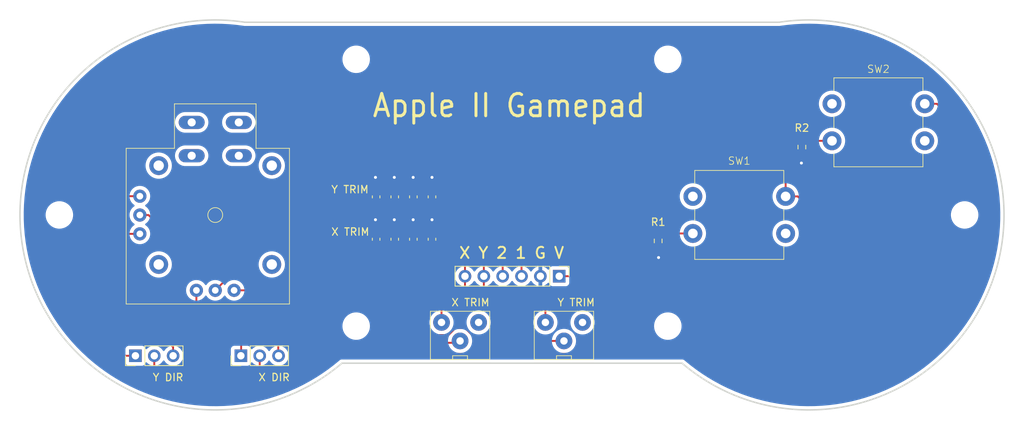
<source format=kicad_pcb>
(kicad_pcb (version 20221018) (generator pcbnew)
  (layers (0 "F.Cu" signal) (31 "B.Cu" signal) (34 "B.Paste" user) (35 "F.Paste" user) (36 "B.SilkS" user "B.Silkscreen") (37 "F.SilkS" user "F.Silkscreen") (38 "B.Mask" user) (39 "F.Mask" user) (44 "Edge.Cuts" user))
  (net 0 "")
  (net 5 "/POTX")
  (net 6 "/GND")
  (net 7 "/POTY")
  (net 8 "/5V0")
  (net 9 "/SW1")
  (net 10 "/SW2")
  (net 11 "/X1")
  (net 12 "/X3")
  (net 13 "/Y1")
  (net 14 "/Y3")
  (net 15 "Net-(RV1-Pad2)")
  (net 16 "Net-(RV2-Pad2)")
  (footprint "Connector_PinHeader_2.54mm:PinHeader_1x03_P2.54mm_Vertical" (layer "F.Cu") (at 63.46 119 90)
    (fp_text reference "J2" hide)
    (fp_text value "Conn_01x03" hide)
    (fp_line (start -1.33 -1.33) (end 0 -1.33) (stroke (width 0.12)) (layer "F.SilkS"))
    (fp_line (start -1.33 0) (end -1.33 -1.33) (stroke (width 0.12)) (layer "F.SilkS"))
    (fp_line (start -1.33 1.27) (end -1.33 6.41) (stroke (width 0.12)) (layer "F.SilkS"))
    (fp_line (start -1.33 1.27) (end 1.33 1.27) (stroke (width 0.12)) (layer "F.SilkS"))
    (fp_line (start -1.33 6.41) (end 1.33 6.41) (stroke (width 0.12)) (layer "F.SilkS"))
    (fp_line (start 1.33 1.27) (end 1.33 6.41) (stroke (width 0.12)) (layer "F.SilkS"))
    (pad "1" thru_hole rect (at 0 0 90) (size 1.7 1.7) (drill 1) (layers "*.Cu" "*.Mask") (net 11 "/X1"))
    (pad "2" thru_hole oval (at 0 2.54 90) (size 1.7 1.7) (drill 1) (layers "*.Cu" "*.Mask") (net 8 "/5V0"))
    (pad "3" thru_hole oval (at 0 5.08 90) (size 1.7 1.7) (drill 1) (layers "*.Cu" "*.Mask") (net 12 "/X3"))
  )
  (footprint "MountingHole:MountingHole_3.2mm_M3" (layer "F.Cu") (at 39 100)
    (fp_text reference "H6" hide)
    (fp_text value "MountingHole" hide)
    (pad "" np_thru_hole circle (at 0 0) (size 3.2 3.2) (drill 3.2) (layers "*.Cu" "*.Mask"))
  )
  (footprint "AAA Local Footprints:Trim_Pot_Bourns_3306W" (layer "F.Cu") (at 93 117 180)
    (fp_text reference "RV1" hide)
    (fp_text value "R_Potentiometer_US" hide)
    (fp_line (start -4 -2.5) (end -4 4) (stroke (width 0.1)) (layer "F.SilkS"))
    (fp_line (start -4 -2.5) (end 4 -2.5) (stroke (width 0.1)) (layer "F.SilkS"))
    (fp_line (start -4 4) (end 4 4) (stroke (width 0.1)) (layer "F.SilkS"))
    (fp_line (start -1 -2.5) (end -1 -2) (stroke (width 0.1)) (layer "F.SilkS"))
    (fp_line (start -1 -2) (end 1 -2) (stroke (width 0.1)) (layer "F.SilkS"))
    (fp_line (start 1 -2) (end 1 -2.5) (stroke (width 0.1)) (layer "F.SilkS"))
    (fp_line (start 4 -2.5) (end 4 4) (stroke (width 0.1)) (layer "F.SilkS"))
    (pad "1" thru_hole circle (at -2.5 2.5 180) (size 2.25 2.25) (drill 1) (layers "*.Cu" "*.Mask"))
    (pad "2" thru_hole circle (at 0 0 180) (size 2.25 2.25) (drill 1) (layers "*.Cu" "*.Mask") (net 15 "Net-(RV1-Pad2)"))
    (pad "3" thru_hole circle (at 2.5 2.5 180) (size 2.25 2.25) (drill 1) (layers "*.Cu" "*.Mask") (net 5 "/POTX"))
  )
  (footprint "Resistor_SMD:R_0603_1608Metric_Pad0.98x0.95mm_HandSolder" (layer "F.Cu") (at 139.065 90.845 90)
    (fp_text reference "R2" (at 2.58 0 180) (layer "F.SilkS"))
    (fp_text value "470" hide)
    (fp_line (start -0.254724 -0.5225) (end 0.254724 -0.5225) (stroke (width 0.12)) (layer "F.SilkS"))
    (fp_line (start -0.254724 0.5225) (end 0.254724 0.5225) (stroke (width 0.12)) (layer "F.SilkS"))
    (pad "1" smd roundrect (at -0.9125 0 90) (size 0.975 0.95) (layers "F.Cu" "F.Paste" "F.Mask") (net 6 "/GND"))
    (pad "2" smd roundrect (at 0.9125 0 90) (size 0.975 0.95) (layers "F.Cu" "F.Paste" "F.Mask") (net 10 "/SW2"))
  )
  (footprint "Capacitor_SMD:C_0603_1608Metric_Pad1.08x0.95mm_HandSolder" (layer "F.Cu") (at 89.2175 103.2775 90)
    (fp_text reference "C4" hide)
    (fp_text value "C_Small" hide)
    (fp_line (start -0.146267 -0.51) (end 0.146267 -0.51) (stroke (width 0.12)) (layer "F.SilkS"))
    (fp_line (start -0.146267 0.51) (end 0.146267 0.51) (stroke (width 0.12)) (layer "F.SilkS"))
    (pad "1" smd roundrect (at -0.8625 0 90) (size 1.075 0.95) (layers "F.Cu" "F.Paste" "F.Mask") (net 5 "/POTX"))
    (pad "2" smd roundrect (at 0.8625 0 90) (size 1.075 0.95) (layers "F.Cu" "F.Paste" "F.Mask") (net 6 "/GND"))
  )
  (footprint "MountingHole:MountingHole_3.2mm_M3" (layer "F.Cu") (at 161 100)
    (fp_text reference "H5" hide)
    (fp_text value "MountingHole" hide)
    (pad "" np_thru_hole circle (at 0 0) (size 3.2 3.2) (drill 3.2) (layers "*.Cu" "*.Mask"))
  )
  (footprint "Capacitor_SMD:C_0603_1608Metric_Pad1.08x0.95mm_HandSolder" (layer "F.Cu") (at 81.6875 103.2775 90)
    (fp_text reference "C1" hide)
    (fp_text value "C_Small" hide)
    (fp_line (start -0.146267 -0.51) (end 0.146267 -0.51) (stroke (width 0.12)) (layer "F.SilkS"))
    (fp_line (start -0.146267 0.51) (end 0.146267 0.51) (stroke (width 0.12)) (layer "F.SilkS"))
    (pad "1" smd roundrect (at -0.8625 0 90) (size 1.075 0.95) (layers "F.Cu" "F.Paste" "F.Mask") (net 5 "/POTX"))
    (pad "2" smd roundrect (at 0.8625 0 90) (size 1.075 0.95) (layers "F.Cu" "F.Paste" "F.Mask") (net 6 "/GND"))
  )
  (footprint "Capacitor_SMD:C_0603_1608Metric_Pad1.08x0.95mm_HandSolder" (layer "F.Cu") (at 86.7075 103.2775 90)
    (fp_text reference "C3" hide)
    (fp_text value "C_Small" hide)
    (fp_line (start -0.146267 -0.51) (end 0.146267 -0.51) (stroke (width 0.12)) (layer "F.SilkS"))
    (fp_line (start -0.146267 0.51) (end 0.146267 0.51) (stroke (width 0.12)) (layer "F.SilkS"))
    (pad "1" smd roundrect (at -0.8625 0 90) (size 1.075 0.95) (layers "F.Cu" "F.Paste" "F.Mask") (net 5 "/POTX"))
    (pad "2" smd roundrect (at 0.8625 0 90) (size 1.075 0.95) (layers "F.Cu" "F.Paste" "F.Mask") (net 6 "/GND"))
  )
  (footprint "AAA Local Footprints:Tact_Switch_CUI_TS13" (layer "F.Cu") (at 130.625 100)
    (fp_text reference "SW1" (at 0 -7.29 unlocked) (layer "F.SilkS") (effects (font (thickness 0.1))))
    (fp_text value "SW_Push" hide)
    (fp_line (start -6 -6) (end -6 -4.25) (stroke (width 0.1)) (layer "F.SilkS"))
    (fp_line (start -6 -6) (end 6 -6) (stroke (width 0.1)) (layer "F.SilkS"))
    (fp_line (start -6 -0.75) (end -6 0.75) (stroke (width 0.1)) (layer "F.SilkS"))
    (fp_line (start -6 6) (end -6 4.25) (stroke (width 0.1)) (layer "F.SilkS"))
    (fp_line (start -6 6) (end 6 6) (stroke (width 0.1)) (layer "F.SilkS"))
    (fp_line (start 6 -6) (end 6 -4.25) (stroke (width 0.1)) (layer "F.SilkS"))
    (fp_line (start 6 -0.75) (end 6 0.75) (stroke (width 0.1)) (layer "F.SilkS"))
    (fp_line (start 6 6) (end 6 4.25) (stroke (width 0.1)) (layer "F.SilkS"))
    (pad "1" thru_hole circle (at -6.25 -2.5) (size 2.54 2.54) (drill 1.3) (layers "*.Cu" "*.Mask") (net 8 "/5V0"))
    (pad "1" thru_hole circle (at 6.25 -2.5) (size 2.54 2.54) (drill 1.3) (layers "*.Cu" "*.Mask") (net 8 "/5V0"))
    (pad "2" thru_hole circle (at -6.25 2.5) (size 2.54 2.54) (drill 1.3) (layers "*.Cu" "*.Mask") (net 9 "/SW1"))
    (pad "2" thru_hole circle (at 6.25 2.5) (size 2.54 2.54) (drill 1.3) (layers "*.Cu" "*.Mask") (net 9 "/SW1"))
  )
  (footprint "Capacitor_SMD:C_0603_1608Metric_Pad1.08x0.95mm_HandSolder" (layer "F.Cu") (at 84.1975 103.2775 90)
    (fp_text reference "C2" hide)
    (fp_text value "C_Small" hide)
    (fp_line (start -0.146267 -0.51) (end 0.146267 -0.51) (stroke (width 0.12)) (layer "F.SilkS"))
    (fp_line (start -0.146267 0.51) (end 0.146267 0.51) (stroke (width 0.12)) (layer "F.SilkS"))
    (pad "1" smd roundrect (at -0.8625 0 90) (size 1.075 0.95) (layers "F.Cu" "F.Paste" "F.Mask") (net 5 "/POTX"))
    (pad "2" smd roundrect (at 0.8625 0 90) (size 1.075 0.95) (layers "F.Cu" "F.Paste" "F.Mask") (net 6 "/GND"))
  )
  (footprint "AAA Local Footprints:Thumbstick" (layer "F.Cu") (at 60.0075 100.0125)
    (fp_text reference "U1" hide)
    (fp_text value "~" hide)
    (fp_line (start -12 -9) (end -5.5 -9) (stroke (width 0.1)) (layer "F.SilkS"))
    (fp_line (start -12 12) (end -12 -9) (stroke (width 0.1)) (layer "F.SilkS"))
    (fp_line (start -5.5 -15) (end 5.5 -15) (stroke (width 0.1)) (layer "F.SilkS"))
    (fp_line (start -5.5 -9) (end -5.5 -15) (stroke (width 0.1)) (layer "F.SilkS"))
    (fp_line (start 5.5 -15) (end 5.5 -9) (stroke (width 0.1)) (layer "F.SilkS"))
    (fp_line (start 5.5 -9) (end 10 -9) (stroke (width 0.1)) (layer "F.SilkS"))
    (fp_line (start 10 -9) (end 10 12) (stroke (width 0.1)) (layer "F.SilkS"))
    (fp_line (start 10 12) (end -12 12) (stroke (width 0.1)) (layer "F.SilkS"))
    (fp_circle (center 0 0) (end 1 0) (stroke (width 0.1)) (fill none) (layer "F.SilkS"))
    (pad "H1" thru_hole circle (at -7.62 -6.6675) (size 2.54 2.54) (drill 1.4) (layers "*.Cu" "*.Mask"))
    (pad "H2" thru_hole circle (at -7.62 6.6675) (size 2.54 2.54) (drill 1.4) (layers "*.Cu" "*.Mask"))
    (pad "H3" thru_hole circle (at 7.62 6.6675) (size 2.54 2.54) (drill 1.4) (layers "*.Cu" "*.Mask"))
    (pad "H4" thru_hole circle (at 7.62 -6.6675) (size 2.54 2.54) (drill 1.4) (layers "*.Cu" "*.Mask"))
    (pad "S1" thru_hole oval (at -3.175 -12.5) (size 3.5 1.78) (drill 1.1) (layers "*.Cu" "*.Mask"))
    (pad "S1" thru_hole oval (at 3.175 -12.5) (size 3.5 1.78) (drill 1.1) (layers "*.Cu" "*.Mask"))
    (pad "S2" thru_hole oval (at -3.175 -8) (size 3.5 1.78) (drill 1.1) (layers "*.Cu" "*.Mask"))
    (pad "S2" thru_hole oval (at 3.175 -8) (size 3.5 1.78) (drill 1.1) (layers "*.Cu" "*.Mask"))
    (pad "X1" thru_hole circle (at -2.54 10.16) (size 1.78 1.78) (drill 0.9) (layers "*.Cu" "*.Mask") (net 11 "/X1"))
    (pad "X2" thru_hole circle (at 0 10.16) (size 1.78 1.78) (drill 0.9) (layers "*.Cu" "*.Mask") (net 15 "Net-(RV1-Pad2)"))
    (pad "X3" thru_hole circle (at 2.54 10.16) (size 1.78 1.78) (drill 0.9) (layers "*.Cu" "*.Mask") (net 12 "/X3"))
    (pad "Y1" thru_hole circle (at -10.16 -2.54) (size 1.78 1.78) (drill 0.9) (layers "*.Cu" "*.Mask") (net 13 "/Y1"))
    (pad "Y2" thru_hole circle (at -10.16 0) (size 1.78 1.78) (drill 0.9) (layers "*.Cu" "*.Mask") (net 16 "Net-(RV2-Pad2)"))
    (pad "Y3" thru_hole circle (at -10.16 2.54) (size 1.78 1.78) (drill 0.9) (layers "*.Cu" "*.Mask") (net 14 "/Y3"))
  )
  (footprint "AAA Local Footprints:Tact_Switch_CUI_TS13" (layer "F.Cu") (at 149.375 87.5)
    (fp_text reference "SW2" (at 0 -7.1725 unlocked) (layer "F.SilkS") (effects (font (thickness 0.1))))
    (fp_text value "SW_Push" hide)
    (fp_line (start -6 -6) (end -6 -4.25) (stroke (width 0.1)) (layer "F.SilkS"))
    (fp_line (start -6 -6) (end 6 -6) (stroke (width 0.1)) (layer "F.SilkS"))
    (fp_line (start -6 -0.75) (end -6 0.75) (stroke (width 0.1)) (layer "F.SilkS"))
    (fp_line (start -6 6) (end -6 4.25) (stroke (width 0.1)) (layer "F.SilkS"))
    (fp_line (start -6 6) (end 6 6) (stroke (width 0.1)) (layer "F.SilkS"))
    (fp_line (start 6 -6) (end 6 -4.25) (stroke (width 0.1)) (layer "F.SilkS"))
    (fp_line (start 6 -0.75) (end 6 0.75) (stroke (width 0.1)) (layer "F.SilkS"))
    (fp_line (start 6 6) (end 6 4.25) (stroke (width 0.1)) (layer "F.SilkS"))
    (pad "1" thru_hole circle (at -6.25 -2.5) (size 2.54 2.54) (drill 1.3) (layers "*.Cu" "*.Mask") (net 8 "/5V0"))
    (pad "1" thru_hole circle (at 6.25 -2.5) (size 2.54 2.54) (drill 1.3) (layers "*.Cu" "*.Mask") (net 8 "/5V0"))
    (pad "2" thru_hole circle (at -6.25 2.5) (size 2.54 2.54) (drill 1.3) (layers "*.Cu" "*.Mask") (net 10 "/SW2"))
    (pad "2" thru_hole circle (at 6.25 2.5) (size 2.54 2.54) (drill 1.3) (layers "*.Cu" "*.Mask") (net 10 "/SW2"))
  )
  (footprint "Connector_PinHeader_2.54mm:PinHeader_1x06_P2.54mm_Vertical" (layer "F.Cu") (at 106.3625 108.2675 -90)
    (fp_text reference "J1" hide)
    (fp_text value "Conn_01x06" hide)
    (fp_line (start -1.33 -1.33) (end 0 -1.33) (stroke (width 0.12)) (layer "F.SilkS"))
    (fp_line (start -1.33 0) (end -1.33 -1.33) (stroke (width 0.12)) (layer "F.SilkS"))
    (fp_line (start -1.33 1.27) (end -1.33 14.03) (stroke (width 0.12)) (layer "F.SilkS"))
    (fp_line (start -1.33 1.27) (end 1.33 1.27) (stroke (width 0.12)) (layer "F.SilkS"))
    (fp_line (start -1.33 14.03) (end 1.33 14.03) (stroke (width 0.12)) (layer "F.SilkS"))
    (fp_line (start 1.33 1.27) (end 1.33 14.03) (stroke (width 0.12)) (layer "F.SilkS"))
    (pad "1" thru_hole rect (at 0 0 270) (size 1.7 1.7) (drill 1) (layers "*.Cu" "*.Mask") (net 8 "/5V0"))
    (pad "2" thru_hole oval (at 0 2.54 270) (size 1.7 1.7) (drill 1) (layers "*.Cu" "*.Mask") (net 6 "/GND"))
    (pad "3" thru_hole oval (at 0 5.08 270) (size 1.7 1.7) (drill 1) (layers "*.Cu" "*.Mask") (net 9 "/SW1"))
    (pad "4" thru_hole oval (at 0 7.62 270) (size 1.7 1.7) (drill 1) (layers "*.Cu" "*.Mask") (net 10 "/SW2"))
    (pad "5" thru_hole oval (at 0 10.16 270) (size 1.7 1.7) (drill 1) (layers "*.Cu" "*.Mask") (net 7 "/POTY"))
    (pad "6" thru_hole oval (at 0 12.7 270) (size 1.7 1.7) (drill 1) (layers "*.Cu" "*.Mask") (net 5 "/POTX"))
  )
  (footprint "Capacitor_SMD:C_0603_1608Metric_Pad1.08x0.95mm_HandSolder" (layer "F.Cu") (at 89.2175 97.5625 90)
    (fp_text reference "C8" hide)
    (fp_text value "C_Small" hide)
    (fp_line (start -0.146267 -0.51) (end 0.146267 -0.51) (stroke (width 0.12)) (layer "F.SilkS"))
    (fp_line (start -0.146267 0.51) (end 0.146267 0.51) (stroke (width 0.12)) (layer "F.SilkS"))
    (pad "1" smd roundrect (at -0.8625 0 90) (size 1.075 0.95) (layers "F.Cu" "F.Paste" "F.Mask") (net 7 "/POTY"))
    (pad "2" smd roundrect (at 0.8625 0 90) (size 1.075 0.95) (layers "F.Cu" "F.Paste" "F.Mask") (net 6 "/GND"))
  )
  (footprint "MountingHole:MountingHole_3.2mm_M3" (layer "F.Cu") (at 79 79)
    (fp_text reference "H1" hide)
    (fp_text value "MountingHole" hide)
    (pad "" np_thru_hole circle (at 0 0) (size 3.2 3.2) (drill 3.2) (layers "*.Cu" "*.Mask"))
  )
  (footprint "Capacitor_SMD:C_0603_1608Metric_Pad1.08x0.95mm_HandSolder" (layer "F.Cu") (at 86.7075 97.5625 90)
    (fp_text reference "C7" hide)
    (fp_text value "C_Small" hide)
    (fp_line (start -0.146267 -0.51) (end 0.146267 -0.51) (stroke (width 0.12)) (layer "F.SilkS"))
    (fp_line (start -0.146267 0.51) (end 0.146267 0.51) (stroke (width 0.12)) (layer "F.SilkS"))
    (pad "1" smd roundrect (at -0.8625 0 90) (size 1.075 0.95) (layers "F.Cu" "F.Paste" "F.Mask") (net 7 "/POTY"))
    (pad "2" smd roundrect (at 0.8625 0 90) (size 1.075 0.95) (layers "F.Cu" "F.Paste" "F.Mask") (net 6 "/GND"))
  )
  (footprint "MountingHole:MountingHole_3.2mm_M3" (layer "F.Cu") (at 121 79)
    (fp_text reference "H2" hide)
    (fp_text value "MountingHole" hide)
    (pad "" np_thru_hole circle (at 0 0) (size 3.2 3.2) (drill 3.2) (layers "*.Cu" "*.Mask"))
  )
  (footprint "Resistor_SMD:R_0603_1608Metric_Pad0.98x0.95mm_HandSolder" (layer "F.Cu") (at 119.6975 103.505 -90)
    (fp_text reference "R1" (at -2.54 0 -180) (layer "F.SilkS"))
    (fp_text value "470" hide)
    (fp_line (start -0.254724 -0.5225) (end 0.254724 -0.5225) (stroke (width 0.12)) (layer "F.SilkS"))
    (fp_line (start -0.254724 0.5225) (end 0.254724 0.5225) (stroke (width 0.12)) (layer "F.SilkS"))
    (pad "1" smd roundrect (at -0.9125 0 270) (size 0.975 0.95) (layers "F.Cu" "F.Paste" "F.Mask") (net 9 "/SW1"))
    (pad "2" smd roundrect (at 0.9125 0 270) (size 0.975 0.95) (layers "F.Cu" "F.Paste" "F.Mask") (net 6 "/GND"))
  )
  (footprint "Capacitor_SMD:C_0603_1608Metric_Pad1.08x0.95mm_HandSolder" (layer "F.Cu") (at 84.1975 97.5625 90)
    (fp_text reference "C6" hide)
    (fp_text value "C_Small" hide)
    (fp_line (start -0.146267 -0.51) (end 0.146267 -0.51) (stroke (width 0.12)) (layer "F.SilkS"))
    (fp_line (start -0.146267 0.51) (end 0.146267 0.51) (stroke (width 0.12)) (layer "F.SilkS"))
    (pad "1" smd roundrect (at -0.8625 0 90) (size 1.075 0.95) (layers "F.Cu" "F.Paste" "F.Mask") (net 7 "/POTY"))
    (pad "2" smd roundrect (at 0.8625 0 90) (size 1.075 0.95) (layers "F.Cu" "F.Paste" "F.Mask") (net 6 "/GND"))
  )
  (footprint "Capacitor_SMD:C_0603_1608Metric_Pad1.08x0.95mm_HandSolder" (layer "F.Cu") (at 81.6875 97.5625 90)
    (fp_text reference "C5" hide)
    (fp_text value "C_Small" hide)
    (fp_line (start -0.146267 -0.51) (end 0.146267 -0.51) (stroke (width 0.12)) (layer "F.SilkS"))
    (fp_line (start -0.146267 0.51) (end 0.146267 0.51) (stroke (width 0.12)) (layer "F.SilkS"))
    (pad "1" smd roundrect (at -0.8625 0 90) (size 1.075 0.95) (layers "F.Cu" "F.Paste" "F.Mask") (net 7 "/POTY"))
    (pad "2" smd roundrect (at 0.8625 0 90) (size 1.075 0.95) (layers "F.Cu" "F.Paste" "F.Mask") (net 6 "/GND"))
  )
  (footprint "MountingHole:MountingHole_3.2mm_M3" (layer "F.Cu") (at 79 115)
    (fp_text reference "H3" hide)
    (fp_text value "MountingHole" hide)
    (pad "" np_thru_hole circle (at 0 0) (size 3.2 3.2) (drill 3.2) (layers "*.Cu" "*.Mask"))
  )
  (footprint "Connector_PinHeader_2.54mm:PinHeader_1x03_P2.54mm_Vertical" (layer "F.Cu") (at 49.25 119 90)
    (fp_text reference "J3" hide)
    (fp_text value "Conn_01x03" hide)
    (fp_line (start -1.33 -1.33) (end 0 -1.33) (stroke (width 0.12)) (layer "F.SilkS"))
    (fp_line (start -1.33 0) (end -1.33 -1.33) (stroke (width 0.12)) (layer "F.SilkS"))
    (fp_line (start -1.33 1.27) (end -1.33 6.41) (stroke (width 0.12)) (layer "F.SilkS"))
    (fp_line (start -1.33 1.27) (end 1.33 1.27) (stroke (width 0.12)) (layer "F.SilkS"))
    (fp_line (start -1.33 6.41) (end 1.33 6.41) (stroke (width 0.12)) (layer "F.SilkS"))
    (fp_line (start 1.33 1.27) (end 1.33 6.41) (stroke (width 0.12)) (layer "F.SilkS"))
    (pad "1" thru_hole rect (at 0 0 90) (size 1.7 1.7) (drill 1) (layers "*.Cu" "*.Mask") (net 13 "/Y1"))
    (pad "2" thru_hole oval (at 0 2.54 90) (size 1.7 1.7) (drill 1) (layers "*.Cu" "*.Mask") (net 8 "/5V0"))
    (pad "3" thru_hole oval (at 0 5.08 90) (size 1.7 1.7) (drill 1) (layers "*.Cu" "*.Mask") (net 14 "/Y3"))
  )
  (footprint "MountingHole:MountingHole_3.2mm_M3" (layer "F.Cu") (at 121 115)
    (fp_text reference "H4" hide)
    (fp_text value "MountingHole" hide)
    (pad "" np_thru_hole circle (at 0 0) (size 3.2 3.2) (drill 3.2) (layers "*.Cu" "*.Mask"))
  )
  (footprint "AAA Local Footprints:Trim_Pot_Bourns_3306W" (layer "F.Cu") (at 107 117 180)
    (fp_text reference "RV2" hide)
    (fp_text value "R_Potentiometer_US" hide)
    (fp_line (start -4 -2.5) (end -4 4) (stroke (width 0.1)) (layer "F.SilkS"))
    (fp_line (start -4 -2.5) (end 4 -2.5) (stroke (width 0.1)) (layer "F.SilkS"))
    (fp_line (start -4 4) (end 4 4) (stroke (width 0.1)) (layer "F.SilkS"))
    (fp_line (start -1 -2.5) (end -1 -2) (stroke (width 0.1)) (layer "F.SilkS"))
    (fp_line (start -1 -2) (end 1 -2) (stroke (width 0.1)) (layer "F.SilkS"))
    (fp_line (start 1 -2) (end 1 -2.5) (stroke (width 0.1)) (layer "F.SilkS"))
    (fp_line (start 4 -2.5) (end 4 4) (stroke (width 0.1)) (layer "F.SilkS"))
    (pad "1" thru_hole circle (at -2.5 2.5 180) (size 2.25 2.25) (drill 1) (layers "*.Cu" "*.Mask"))
    (pad "2" thru_hole circle (at 0 0 180) (size 2.25 2.25) (drill 1) (layers "*.Cu" "*.Mask") (net 16 "Net-(RV2-Pad2)"))
    (pad "3" thru_hole circle (at 2.5 2.5 180) (size 2.25 2.25) (drill 1) (layers "*.Cu" "*.Mask") (net 7 "/POTY"))
  )
  (gr_line (start 77.088 120) (end 122.912 120) (stroke (width 0.2)) (layer "Edge.Cuts"))
  (gr_arc (start 135.999982 73.999996) (mid 165.301708 107.198884) (end 122.911984 120.000002) (stroke (width 0.2)) (layer "Edge.Cuts"))
  (gr_arc (start 77.088155 119.999883) (mid 34.698317 107.198972) (end 64.000018 73.999996) (stroke (width 0.2)) (layer "Edge.Cuts"))
  (gr_line (start 64 74) (end 136 74) (stroke (width 0.2)) (layer "Edge.Cuts"))
  (gr_text "Apple II Gamepad" (at 81 87) (layer "F.SilkS") (effects (font (size 3 2.75) (thickness 0.4)) (justify left bottom)))
  (gr_text "Y TRIM" (at 106.045 112.395) (layer "F.SilkS") (effects (font (size 1 1)) (justify left bottom)))
  (gr_text "Y DIR" (at 51.5 122.5) (layer "F.SilkS") (effects (font (size 1 1)) (justify left bottom)))
  (gr_text "Y TRIM" (at 75.565 97.155) (layer "F.SilkS") (effects (font (size 1 1)) (justify left bottom)))
  (gr_text "X TRIM" (at 91.7575 112.395) (layer "F.SilkS") (effects (font (size 1 1)) (justify left bottom)))
  (gr_text "X DIR" (at 65.75 122.5) (layer "F.SilkS") (effects (font (size 1 1)) (justify left bottom)))
  (gr_text "X TRIM" (at 75.565 102.87) (layer "F.SilkS") (effects (font (size 1 1)) (justify left bottom)))
  (gr_text "X Y 2 1 G V" (at 92.75 106) (layer "F.SilkS") (effects (font (size 1.5 1.5) (thickness 0.25) bold) (justify left bottom)))
  (segment (start 90.5 114.5) (end 90.5 111.43) (width 0.25) (layer "F.Cu") (net 5))
  (segment (start 89.2175 104.14) (end 93.0275 104.14) (width 0.25) (layer "F.Cu") (net 5))
  (segment (start 93.0275 104.14) (end 93.6625 104.775) (width 0.25) (layer "F.Cu") (net 5))
  (segment (start 90.5 111.43) (end 91.1225 110.8075) (width 0.25) (layer "F.Cu") (net 5))
  (segment (start 93.6625 110.1725) (end 93.6625 108.2675) (width 0.25) (layer "F.Cu") (net 5))
  (segment (start 93.0275 110.8075) (end 93.6625 110.1725) (width 0.25) (layer "F.Cu") (net 5))
  (segment (start 86.7075 104.14) (end 89.2175 104.14) (width 0.25) (layer "F.Cu") (net 5))
  (segment (start 93.6625 104.775) (end 93.6625 108.2675) (width 0.25) (layer "F.Cu") (net 5))
  (segment (start 91.1225 110.8075) (end 93.0275 110.8075) (width 0.25) (layer "F.Cu") (net 5))
  (segment (start 84.1975 104.14) (end 86.7075 104.14) (width 0.25) (layer "F.Cu") (net 5))
  (segment (start 81.6875 104.14) (end 84.1975 104.14) (width 0.25) (layer "F.Cu") (net 5))
  (segment (start 84.1975 100.7075) (end 84.1375 100.6475) (width 0.25) (layer "F.Cu") (net 6))
  (segment (start 84.1975 96.7) (end 84.1975 94.9925) (width 0.25) (layer "F.Cu") (net 6))
  (segment (start 89.2175 102.415) (end 89.2175 100.6475) (width 0.25) (layer "F.Cu") (net 6))
  (segment (start 139.065 92.935) (end 139 93) (width 0.25) (layer "F.Cu") (net 6))
  (segment (start 84.1975 94.9925) (end 84.1375 94.9325) (width 0.25) (layer "F.Cu") (net 6))
  (segment (start 86.7075 102.415) (end 86.7075 100.6775) (width 0.25) (layer "F.Cu") (net 6))
  (segment (start 119.6975 104.4175) (end 119.6975 105.6975) (width 0.25) (layer "F.Cu") (net 6))
  (segment (start 119.6975 105.6975) (end 119.75 105.75) (width 0.25) (layer "F.Cu") (net 6))
  (segment (start 139.065 91.7575) (end 139.065 92.935) (width 0.25) (layer "F.Cu") (net 6))
  (segment (start 81.6875 100.7375) (end 81.5975 100.6475) (width 0.25) (layer "F.Cu") (net 6))
  (segment (start 81.6875 96.7) (end 81.6875 95.0225) (width 0.25) (layer "F.Cu") (net 6))
  (segment (start 81.6875 102.415) (end 81.6875 100.7375) (width 0.25) (layer "F.Cu") (net 6))
  (segment (start 81.6875 95.0225) (end 81.5975 94.9325) (width 0.25) (layer "F.Cu") (net 6))
  (segment (start 84.1975 102.415) (end 84.1975 100.7075) (width 0.25) (layer "F.Cu") (net 6))
  (segment (start 86.7075 94.9625) (end 86.6775 94.9325) (width 0.25) (layer "F.Cu") (net 6))
  (segment (start 86.7075 96.7) (end 86.7075 94.9625) (width 0.25) (layer "F.Cu") (net 6))
  (segment (start 86.7075 100.6775) (end 86.6775 100.6475) (width 0.25) (layer "F.Cu") (net 6))
  (segment (start 89.2175 96.7) (end 89.2175 94.9325) (width 0.25) (layer "F.Cu") (net 6))
  (via (at 89.2175 94.9325) (size 0.8) (drill 0.4) (layers "F.Cu" "B.Cu") (net 6))
  (via (at 81.5975 100.6475) (size 0.8) (drill 0.4) (layers "F.Cu" "B.Cu") (net 6))
  (via (at 86.6775 94.9325) (size 0.8) (drill 0.4) (layers "F.Cu" "B.Cu") (net 6))
  (via (at 84.1375 94.9325) (size 0.8) (drill 0.4) (layers "F.Cu" "B.Cu") (net 6))
  (via (at 86.6775 100.6475) (size 0.8) (drill 0.4) (layers "F.Cu" "B.Cu") (net 6))
  (via (at 89.2175 100.6475) (size 0.8) (drill 0.4) (layers "F.Cu" "B.Cu") (net 6))
  (via (at 84.1375 100.6475) (size 0.8) (drill 0.4) (layers "F.Cu" "B.Cu") (net 6))
  (via (at 119.75 105.75) (size 0.8) (drill 0.4) (layers "F.Cu" "B.Cu") (net 6))
  (via (at 81.5975 94.9325) (size 0.8) (drill 0.4) (layers "F.Cu" "B.Cu") (net 6))
  (via (at 139 93) (size 0.8) (drill 0.4) (layers "F.Cu" "B.Cu") (net 6))
  (segment (start 95.5675 98.425) (end 96.2025 99.06) (width 0.25) (layer "F.Cu") (net 7))
  (segment (start 96.8375 110.8075) (end 103.8225 110.8075) (width 0.25) (layer "F.Cu") (net 7))
  (segment (start 96.2025 110.1725) (end 96.8375 110.8075) (width 0.25) (layer "F.Cu") (net 7))
  (segment (start 86.7075 98.425) (end 89.2175 98.425) (width 0.25) (layer "F.Cu") (net 7))
  (segment (start 81.6875 98.425) (end 84.1975 98.425) (width 0.25) (layer "F.Cu") (net 7))
  (segment (start 103.8225 110.8075) (end 104.5 111.485) (width 0.25) (layer "F.Cu") (net 7))
  (segment (start 104.5 111.485) (end 104.5 114.5) (width 0.25) (layer "F.Cu") (net 7))
  (segment (start 96.2025 108.2675) (end 96.2025 110.1725) (width 0.25) (layer "F.Cu") (net 7))
  (segment (start 89.2175 98.425) (end 95.5675 98.425) (width 0.25) (layer "F.Cu") (net 7))
  (segment (start 96.2025 99.06) (end 96.2025 108.2675) (width 0.25) (layer "F.Cu") (net 7))
  (segment (start 84.1975 98.425) (end 86.7075 98.425) (width 0.25) (layer "F.Cu") (net 7))
  (segment (start 51.79 119) (end 51.79 120.29) (width 0.25) (layer "F.Cu") (net 8))
  (segment (start 138.2325 108.2675) (end 139.25 107.25) (width 0.25) (layer "F.Cu") (net 8))
  (segment (start 84.7725 116.2725) (end 87.245 118.745) (width 0.25) (layer "F.Cu") (net 8))
  (segment (start 72.75 120.75) (end 73.3425 120.1575) (width 0.25) (layer "F.Cu") (net 8))
  (segment (start 81.915 109.5375) (end 84.7725 112.395) (width 0.25) (layer "F.Cu") (net 8))
  (segment (start 138.5 97.5) (end 136.875 97.5) (width 0.25) (layer "F.Cu") (net 8))
  (segment (start 139.25 107.25) (end 139.25 98.25) (width 0.25) (layer "F.Cu") (net 8))
  (segment (start 111.4425 108.2675) (end 138.2325 108.2675) (width 0.25) (layer "F.Cu") (net 8))
  (segment (start 73.3425 112.7125) (end 76.5175 109.5375) (width 0.25) (layer "F.Cu") (net 8))
  (segment (start 84.7725 112.395) (end 84.7725 116.2725) (width 0.25) (layer "F.Cu") (net 8))
  (segment (start 158.25 93.5) (end 157.25 94.5) (width 0.25) (layer "F.Cu") (net 8))
  (segment (start 112 108.2675) (end 111.4425 108.2675) (width 0.25) (layer "F.Cu") (net 8))
  (segment (start 66 119) (end 66 120.75) (width 0.25) (layer "F.Cu") (net 8))
  (segment (start 157.25 85) (end 158.25 86) (width 0.25) (layer "F.Cu") (net 8))
  (segment (start 73.3425 120.1575) (end 73.3425 112.7125) (width 0.25) (layer "F.Cu") (net 8))
  (segment (start 139.25 98.25) (end 138.5 97.5) (width 0.25) (layer "F.Cu") (net 8))
  (segment (start 66 120.75) (end 72.75 120.75) (width 0.25) (layer "F.Cu") (net 8))
  (segment (start 112.0775 117.9225) (end 112.0775 108.345) (width 0.25) (layer "F.Cu") (net 8))
  (segment (start 111.4425 108.2675) (end 106.3625 108.2675) (width 0.25) (layer "F.Cu") (net 8))
  (segment (start 155.625 85) (end 157.25 85) (width 0.25) (layer "F.Cu") (net 8))
  (segment (start 112.0775 108.345) (end 112 108.2675) (width 0.25) (layer "F.Cu") (net 8))
  (segment (start 87.245 118.745) (end 111.255 118.745) (width 0.25) (layer "F.Cu") (net 8))
  (segment (start 136.875 95.375) (end 136.875 97.5) (width 0.25) (layer "F.Cu") (net 8))
  (segment (start 158.25 86) (end 158.25 93.5) (width 0.25) (layer "F.Cu") (net 8))
  (segment (start 137.75 94.5) (end 136.875 95.375) (width 0.25) (layer "F.Cu") (net 8))
  (segment (start 51.79 120.29) (end 52.25 120.75) (width 0.25) (layer "F.Cu") (net 8))
  (segment (start 111.255 118.745) (end 112.0775 117.9225) (width 0.25) (layer "F.Cu") (net 8))
  (segment (start 52.25 120.75) (end 66 120.75) (width 0.25) (layer "F.Cu") (net 8))
  (segment (start 76.5175 109.5375) (end 81.915 109.5375) (width 0.25) (layer "F.Cu") (net 8))
  (segment (start 157.25 94.5) (end 137.75 94.5) (width 0.25) (layer "F.Cu") (net 8))
  (segment (start 101.2825 108.2675) (end 101.2825 103.1875) (width 0.25) (layer "F.Cu") (net 9))
  (segment (start 101.2825 103.1875) (end 101.97 102.5) (width 0.25) (layer "F.Cu") (net 9))
  (segment (start 101.97 102.5) (end 124.375 102.5) (width 0.25) (layer "F.Cu") (net 9))
  (segment (start 99.70625 90) (end 143.125 90) (width 0.25) (layer "F.Cu") (net 10))
  (segment (start 98.7425 90.96375) (end 99.70625 90) (width 0.25) (layer "F.Cu") (net 10))
  (segment (start 98.7425 108.2675) (end 98.7425 90.96375) (width 0.25) (layer "F.Cu") (net 10))
  (segment (start 63.5 112.75) (end 63.5 118.96) (width 0.25) (layer "F.Cu") (net 11))
  (segment (start 57.4675 110.1725) (end 57.4675 111.7175) (width 0.25) (layer "F.Cu") (net 11))
  (segment (start 57.4675 111.7175) (end 58 112.25) (width 0.25) (layer "F.Cu") (net 11))
  (segment (start 63.5 118.96) (end 63.46 119) (width 0.25) (layer "F.Cu") (net 11))
  (segment (start 58 112.25) (end 63 112.25) (width 0.25) (layer "F.Cu") (net 11))
  (segment (start 63 112.25) (end 63.5 112.75) (width 0.25) (layer "F.Cu") (net 11))
  (segment (start 68.5 110.75) (end 68.5 118.96) (width 0.25) (layer "F.Cu") (net 12))
  (segment (start 62.5475 110.1725) (end 67.9225 110.1725) (width 0.25) (layer "F.Cu") (net 12))
  (segment (start 67.9225 110.1725) (end 68.5 110.75) (width 0.25) (layer "F.Cu") (net 12))
  (segment (start 68.5 118.96) (end 68.54 119) (width 0.25) (layer "F.Cu") (net 12))
  (segment (start 46 117.75) (end 46 98.25) (width 0.25) (layer "F.Cu") (net 13))
  (segment (start 49.25 119) (end 47.25 119) (width 0.25) (layer "F.Cu") (net 13))
  (segment (start 47.25 119) (end 46 117.75) (width 0.25) (layer "F.Cu") (net 13))
  (segment (start 46 98.25) (end 46.7775 97.4725) (width 0.25) (layer "F.Cu") (net 13))
  (segment (start 46.7775 97.4725) (end 49.8475 97.4725) (width 0.25) (layer "F.Cu") (net 13))
  (segment (start 54.33 119) (end 54.33 117.83) (width 0.25) (layer "F.Cu") (net 14))
  (segment (start 47 103.25) (end 47.6975 102.5525) (width 0.25) (layer "F.Cu") (net 14))
  (segment (start 47.6975 102.5525) (end 49.8475 102.5525) (width 0.25) (layer "F.Cu") (net 14))
  (segment (start 53.75 117.25) (end 47.5 117.25) (width 0.25) (layer "F.Cu") (net 14))
  (segment (start 47 116.75) (end 47 103.25) (width 0.25) (layer "F.Cu") (net 14))
  (segment (start 54.33 117.83) (end 53.75 117.25) (width 0.25) (layer "F.Cu") (net 14))
  (segment (start 47.5 117.25) (end 47 116.75) (width 0.25) (layer "F.Cu") (net 14))
  (segment (start 92.75 117.25) (end 93 117) (width 0.25) (layer "F.Cu") (net 15))
  (segment (start 75.5 108.585) (end 82.55 108.585) (width 0.25) (layer "F.Cu") (net 15))
  (segment (start 74.835 109.25) (end 75.5 108.585) (width 0.25) (layer "F.Cu") (net 15))
  (segment (start 60.0075 110.1725) (end 61.595 108.585) (width 0.25) (layer "F.Cu") (net 15))
  (segment (start 85.725 111.76) (end 85.725 115.725) (width 0.25) (layer "F.Cu") (net 15))
  (segment (start 85.725 115.725) (end 87.25 117.25) (width 0.25) (layer "F.Cu") (net 15))
  (segment (start 82.55 108.585) (end 85.725 111.76) (width 0.25) (layer "F.Cu") (net 15))
  (segment (start 61.595 108.585) (end 63.585 108.585) (width 0.25) (layer "F.Cu") (net 15))
  (segment (start 87.25 117.25) (end 92.75 117.25) (width 0.25) (layer "F.Cu") (net 15))
  (segment (start 64.25 109.25) (end 74.835 109.25) (width 0.25) (layer "F.Cu") (net 15))
  (segment (start 63.585 108.585) (end 64.25 109.25) (width 0.25) (layer "F.Cu") (net 15))
  (segment (start 93.6625 115.2525) (end 95.41 117) (width 0.25) (layer "F.Cu") (net 16))
  (segment (start 52 104.5) (end 69 104.5) (width 0.25) (layer "F.Cu") (net 16))
  (segment (start 69.75 107) (end 70.5 107.75) (width 0.25) (layer "F.Cu") (net 16))
  (segment (start 69 104.5) (end 69.75 105.25) (width 0.25) (layer "F.Cu") (net 16))
  (segment (start 69.75 105.25) (end 69.75 107) (width 0.25) (layer "F.Cu") (net 16))
  (segment (start 51.5 100.5) (end 51.5 104) (width 0.25) (layer "F.Cu") (net 16))
  (segment (start 51.0125 100.0125) (end 51.5 100.5) (width 0.25) (layer "F.Cu") (net 16))
  (segment (start 92.3925 115.2525) (end 93.6625 115.2525) (width 0.25) (layer "F.Cu") (net 16))
  (segment (start 87.705 116.205) (end 91.44 116.205) (width 0.25) (layer "F.Cu") (net 16))
  (segment (start 83.3025 107.75) (end 86.75 111.1975) (width 0.25) (layer "F.Cu") (net 16))
  (segment (start 70.5 107.75) (end 83.3025 107.75) (width 0.25) (layer "F.Cu") (net 16))
  (segment (start 86.75 115.25) (end 87.705 116.205) (width 0.25) (layer "F.Cu") (net 16))
  (segment (start 95.41 117) (end 107 117) (width 0.25) (layer "F.Cu") (net 16))
  (segment (start 49.8475 100.0125) (end 51.0125 100.0125) (width 0.25) (layer "F.Cu") (net 16))
  (segment (start 86.75 111.1975) (end 86.75 115.25) (width 0.25) (layer "F.Cu") (net 16))
  (segment (start 51.5 104) (end 52 104.5) (width 0.25) (layer "F.Cu") (net 16))
  (segment (start 91.44 116.205) (end 92.3925 115.2525) (width 0.25) (layer "F.Cu") (net 16))
  (zone (net 6) (net_name "/GND") (layer "B.Cu") (connect_pads (clearance 0.5)) (min_thickness 0.25) (fill yes (thermal_gap 0.5) (thermal_bridge_width 0.5))
    (polygon (pts (xy 31 71) (xy 169 71) (xy 169 129) (xy 31 129)))
  )
)
</source>
